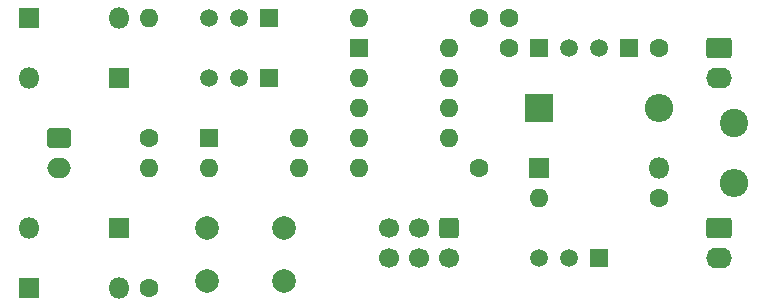
<source format=gbr>
%TF.GenerationSoftware,KiCad,Pcbnew,8.0.7*%
%TF.CreationDate,2025-01-04T15:00:41+01:00*%
%TF.ProjectId,strober_board,7374726f-6265-4725-9f62-6f6172642e6b,rev?*%
%TF.SameCoordinates,Original*%
%TF.FileFunction,Soldermask,Top*%
%TF.FilePolarity,Negative*%
%FSLAX46Y46*%
G04 Gerber Fmt 4.6, Leading zero omitted, Abs format (unit mm)*
G04 Created by KiCad (PCBNEW 8.0.7) date 2025-01-04 15:00:41*
%MOMM*%
%LPD*%
G01*
G04 APERTURE LIST*
G04 Aperture macros list*
%AMRoundRect*
0 Rectangle with rounded corners*
0 $1 Rounding radius*
0 $2 $3 $4 $5 $6 $7 $8 $9 X,Y pos of 4 corners*
0 Add a 4 corners polygon primitive as box body*
4,1,4,$2,$3,$4,$5,$6,$7,$8,$9,$2,$3,0*
0 Add four circle primitives for the rounded corners*
1,1,$1+$1,$2,$3*
1,1,$1+$1,$4,$5*
1,1,$1+$1,$6,$7*
1,1,$1+$1,$8,$9*
0 Add four rect primitives between the rounded corners*
20,1,$1+$1,$2,$3,$4,$5,0*
20,1,$1+$1,$4,$5,$6,$7,0*
20,1,$1+$1,$6,$7,$8,$9,0*
20,1,$1+$1,$8,$9,$2,$3,0*%
G04 Aperture macros list end*
%ADD10R,1.800000X1.800000*%
%ADD11O,1.800000X1.800000*%
%ADD12C,1.600000*%
%ADD13O,1.600000X1.600000*%
%ADD14RoundRect,0.250000X-0.750000X0.600000X-0.750000X-0.600000X0.750000X-0.600000X0.750000X0.600000X0*%
%ADD15O,2.000000X1.700000*%
%ADD16R,1.500000X1.500000*%
%ADD17C,1.500000*%
%ADD18RoundRect,0.250000X-0.845000X0.620000X-0.845000X-0.620000X0.845000X-0.620000X0.845000X0.620000X0*%
%ADD19O,2.190000X1.740000*%
%ADD20RoundRect,0.250000X-0.600000X0.600000X-0.600000X-0.600000X0.600000X-0.600000X0.600000X0.600000X0*%
%ADD21C,1.700000*%
%ADD22R,2.400000X2.400000*%
%ADD23O,2.400000X2.400000*%
%ADD24C,2.400000*%
%ADD25R,1.600000X1.600000*%
%ADD26C,2.000000*%
G04 APERTURE END LIST*
D10*
%TO.C,D4*%
X114300000Y-76200000D03*
D11*
X121920000Y-76200000D03*
%TD*%
D12*
%TO.C,R2*%
X124460000Y-63500000D03*
D13*
X124460000Y-53340000D03*
%TD*%
D14*
%TO.C,J1*%
X116840000Y-63500000D03*
D15*
X116840000Y-66000000D03*
%TD*%
D16*
%TO.C,Q2*%
X134620000Y-58420000D03*
D17*
X132080000Y-58420000D03*
X129540000Y-58420000D03*
%TD*%
D16*
%TO.C,U1*%
X157480000Y-55880000D03*
D17*
X160020000Y-55880000D03*
X162560000Y-55880000D03*
%TD*%
D18*
%TO.C,J2*%
X172720000Y-55880000D03*
D19*
X172720000Y-58420000D03*
%TD*%
D20*
%TO.C,J4*%
X149860000Y-71120000D03*
D21*
X149860000Y-73660000D03*
X147320000Y-71120000D03*
X147320000Y-73660000D03*
X144780000Y-71120000D03*
X144780000Y-73660000D03*
%TD*%
D12*
%TO.C,R1*%
X124460000Y-76200000D03*
D13*
X124460000Y-66040000D03*
%TD*%
D12*
%TO.C,R3*%
X167640000Y-68580000D03*
D13*
X157480000Y-68580000D03*
%TD*%
D22*
%TO.C,D5*%
X157480000Y-60960000D03*
D23*
X167640000Y-60960000D03*
%TD*%
D16*
%TO.C,Q3*%
X162560000Y-73660000D03*
D17*
X160020000Y-73660000D03*
X157480000Y-73660000D03*
%TD*%
D24*
%TO.C,R5*%
X173990000Y-62230000D03*
D23*
X173990000Y-67310000D03*
%TD*%
D12*
%TO.C,C2*%
X154940000Y-55840000D03*
X154940000Y-53340000D03*
%TD*%
D10*
%TO.C,D2*%
X114300000Y-53340000D03*
D11*
X121920000Y-53340000D03*
%TD*%
D10*
%TO.C,D1*%
X121920000Y-58420000D03*
D11*
X114300000Y-58420000D03*
%TD*%
D25*
%TO.C,U2*%
X129540000Y-63500000D03*
D13*
X129540000Y-66040000D03*
X137160000Y-66040000D03*
X137160000Y-63500000D03*
%TD*%
D25*
%TO.C,U3*%
X142240000Y-55880000D03*
D13*
X142240000Y-58420000D03*
X142240000Y-60960000D03*
X142240000Y-63500000D03*
X149860000Y-63500000D03*
X149860000Y-60960000D03*
X149860000Y-58420000D03*
X149860000Y-55880000D03*
%TD*%
D10*
%TO.C,D3*%
X121920000Y-71120000D03*
D11*
X114300000Y-71120000D03*
%TD*%
D18*
%TO.C,J3*%
X172720000Y-71120000D03*
D19*
X172720000Y-73660000D03*
%TD*%
D16*
%TO.C,Q1*%
X134620000Y-53340000D03*
D17*
X132080000Y-53340000D03*
X129540000Y-53340000D03*
%TD*%
D26*
%TO.C,SW1*%
X135890000Y-75620000D03*
X129390000Y-75620000D03*
X135890000Y-71120000D03*
X129390000Y-71120000D03*
%TD*%
D10*
%TO.C,D6*%
X157480000Y-66040000D03*
D11*
X167640000Y-66040000D03*
%TD*%
D12*
%TO.C,R4*%
X152400000Y-53340000D03*
D13*
X142240000Y-53340000D03*
%TD*%
D25*
%TO.C,C1*%
X165140000Y-55880000D03*
D12*
X167640000Y-55880000D03*
%TD*%
%TO.C,C3*%
X152400000Y-66040000D03*
D13*
X142240000Y-66040000D03*
%TD*%
M02*

</source>
